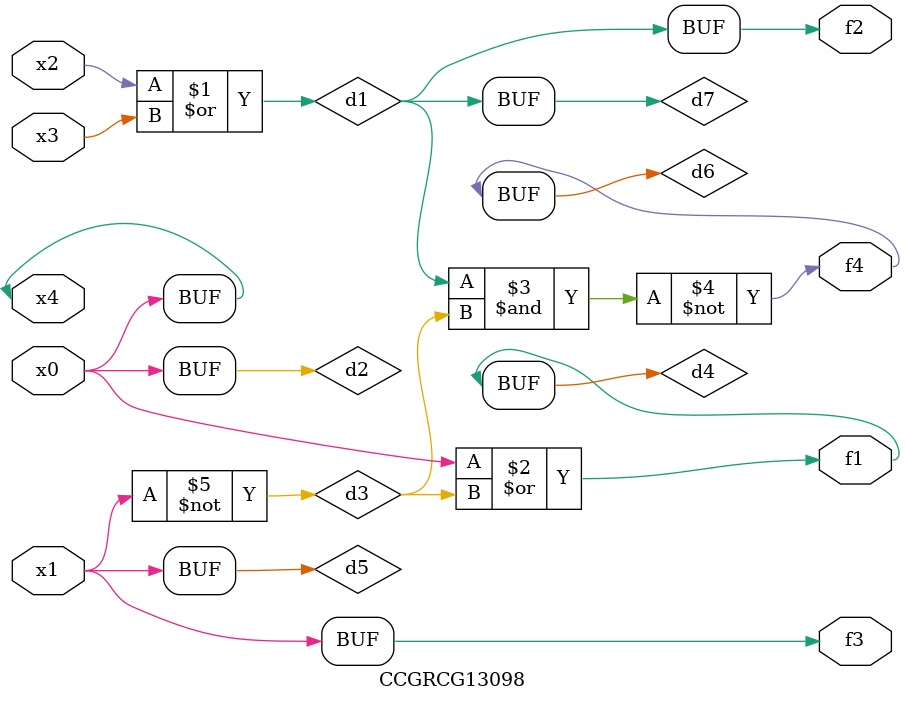
<source format=v>
module CCGRCG13098(
	input x0, x1, x2, x3, x4,
	output f1, f2, f3, f4
);

	wire d1, d2, d3, d4, d5, d6, d7;

	or (d1, x2, x3);
	buf (d2, x0, x4);
	not (d3, x1);
	or (d4, d2, d3);
	not (d5, d3);
	nand (d6, d1, d3);
	or (d7, d1);
	assign f1 = d4;
	assign f2 = d7;
	assign f3 = d5;
	assign f4 = d6;
endmodule

</source>
